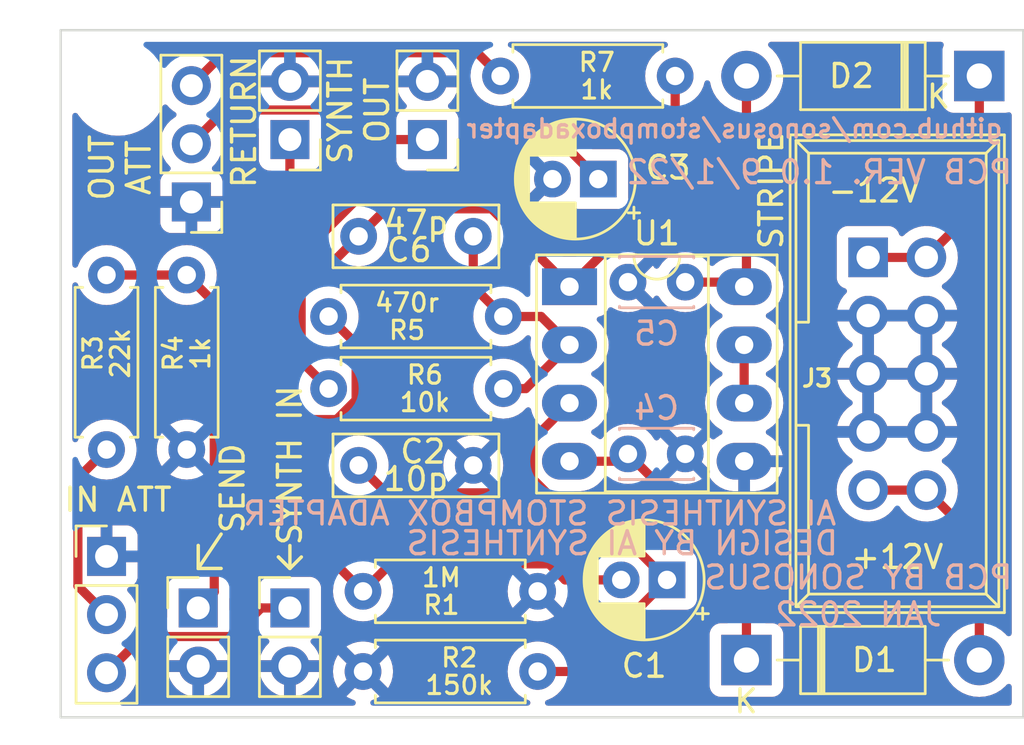
<source format=kicad_pcb>
(kicad_pcb (version 20211014) (generator pcbnew)
  (layers (0 "F.Cu" signal) (31 "B.Cu" signal) (34 "B.Paste" user) (35 "F.Paste" user) (36 "B.SilkS" user "B.Silkscreen") (37 "F.SilkS" user "F.Silkscreen") (38 "B.Mask" user) (39 "F.Mask" user) (44 "Edge.Cuts" user))
  (net 0 "")
  (net 1 "Net-(C1-Pad1)")
  (net 2 "GND")
  (net 3 "Net-(C3-Pad1)")
  (net 4 "+12V")
  (net 5 "-12V")
  (net 6 "Net-(C6-Pad1)")
  (net 7 "Net-(C6-Pad2)")
  (net 8 "Net-(D1-Pad2)")
  (net 9 "Net-(D2-Pad1)")
  (net 10 "Net-(R3-Pad1)")
  (net 11 "Net-(R7-Pad1)")
  (net 12 "Net-(U1-Pad6)")
  (net 13 "Net-(J2-Pad1)")
  (net 14 "Net-(RV1-Pad3)")
  (net 15 "Net-(J4-Pad1)")
  (net 16 "Net-(RV2-Pad2)")
  (footprint "Sonosus:R_Axial_DIN0207_L6.3mm_D2.5mm_P7.62mm_Horizontal" (layer "F.Cu") (at 228.5 38.31 90)
    (fp_text reference "R4" (at 4.2 -0.6 90) (layer "F.SilkS") (effects (font (size 0.8 0.8) (thickness 0.135))))
    (fp_text value "1k" (at 4.2 0.6 90) (layer "F.SilkS") (effects (font (size 0.8 0.8) (thickness 0.135))))
    (pad "1" thru_hole circle (at 0 0 90) (size 1.6 1.6) (drill 0.8) (layers *.Cu *.Mask) (net 2 "GND"))
    (pad "2" thru_hole oval (at 7.62 0 90) (size 1.6 1.6) (drill 0.8) (layers *.Cu *.Mask) (net 15 "Net-(J4-Pad1)"))
  )
  (footprint "Sonosus:R_Axial_DIN0207_L6.3mm_D2.5mm_P7.62mm_Horizontal" (layer "F.Cu") (at 242.19 22)
    (fp_text reference "R7" (at 4.2 -0.6) (layer "F.SilkS") (effects (font (size 0.8 0.8) (thickness 0.135))))
    (fp_text value "1k" (at 4.2 0.6) (layer "F.SilkS") (effects (font (size 0.8 0.8) (thickness 0.135))))
    (pad "1" thru_hole circle (at 0 0) (size 1.6 1.6) (drill 0.8) (layers *.Cu *.Mask) (net 11 "Net-(R7-Pad1)"))
    (pad "2" thru_hole oval (at 7.62 0) (size 1.6 1.6) (drill 0.8) (layers *.Cu *.Mask) (net 7 "Net-(C6-Pad2)"))
  )
  (footprint "Sonosus:R_Axial_DIN0207_L6.3mm_D2.5mm_P7.62mm_Horizontal" (layer "F.Cu") (at 242.31 32.5 180)
    (fp_text reference "R5" (at 4.2 -0.6) (layer "F.SilkS") (effects (font (size 0.8 0.8) (thickness 0.135))))
    (fp_text value "470r" (at 4.2 0.6) (layer "F.SilkS") (effects (font (size 0.8 0.8) (thickness 0.135))))
    (pad "1" thru_hole circle (at 0 0 180) (size 1.6 1.6) (drill 0.8) (layers *.Cu *.Mask) (net 6 "Net-(C6-Pad1)"))
    (pad "2" thru_hole oval (at 7.62 0 180) (size 1.6 1.6) (drill 0.8) (layers *.Cu *.Mask) (net 3 "Net-(C3-Pad1)"))
  )
  (footprint "Sonosus:CP_Radial_D5.0mm_P2.00mm" (layer "F.Cu") (at 249.455113 44 180)
    (fp_text reference "C1" (at 1 -3.75) (layer "F.SilkS"))
    (fp_text value "10u")
    (pad "1" thru_hole rect locked (at 0 0 180) (size 1.6 1.6) (drill 0.8) (layers *.Cu *.Mask) (net 1 "Net-(C1-Pad1)"))
    (pad "2" thru_hole circle locked (at 2 0 180) (size 1.6 1.6) (drill 0.8) (layers *.Cu *.Mask) (net 13 "Net-(J2-Pad1)"))
  )
  (footprint "Sonosus:R_Axial_DIN0207_L6.3mm_D2.5mm_P7.62mm_Horizontal" (layer "F.Cu") (at 234.69 35.65)
    (fp_text reference "R6" (at 4.2 -0.6) (layer "F.SilkS") (effects (font (size 0.8 0.8) (thickness 0.135))))
    (fp_text value "10k" (at 4.2 0.6) (layer "F.SilkS") (effects (font (size 0.8 0.8) (thickness 0.135))))
    (pad "1" thru_hole circle (at 0 0) (size 1.6 1.6) (drill 0.8) (layers *.Cu *.Mask) (net 7 "Net-(C6-Pad2)"))
    (pad "2" thru_hole oval (at 7.62 0) (size 1.6 1.6) (drill 0.8) (layers *.Cu *.Mask) (net 6 "Net-(C6-Pad1)"))
  )
  (footprint "Sonosus:DIP-8_W7.62mm_Socket_LongPads" (layer "F.Cu") (at 245.2 31.2)
    (fp_text reference "U1" (at 3.81 -2.33) (layer "F.SilkS"))
    (fp_text value "TL072")
    (pad "1" thru_hole rect locked (at 0 0) (size 2.4 1.6) (drill 0.8) (layers *.Cu *.Mask) (net 7 "Net-(C6-Pad2)"))
    (pad "2" thru_hole oval locked (at 0 2.54) (size 2.4 1.6) (drill 0.8) (layers *.Cu *.Mask) (net 6 "Net-(C6-Pad1)"))
    (pad "3" thru_hole oval locked (at 0 5.08) (size 2.4 1.6) (drill 0.8) (layers *.Cu *.Mask) (net 1 "Net-(C1-Pad1)"))
    (pad "4" thru_hole oval locked (at 0 7.62) (size 2.4 1.6) (drill 0.8) (layers *.Cu *.Mask) (net 4 "+12V"))
    (pad "5" thru_hole oval locked (at 7.62 7.62) (size 2.4 1.6) (drill 0.8) (layers *.Cu *.Mask) (net 2 "GND"))
    (pad "6" thru_hole oval locked (at 7.62 5.08) (size 2.4 1.6) (drill 0.8) (layers *.Cu *.Mask) (net 12 "Net-(U1-Pad6)"))
    (pad "7" thru_hole oval locked (at 7.62 2.54) (size 2.4 1.6) (drill 0.8) (layers *.Cu *.Mask) (net 12 "Net-(U1-Pad6)"))
    (pad "8" thru_hole oval locked (at 7.62 0) (size 2.4 1.6) (drill 0.8) (layers *.Cu *.Mask) (net 5 "-12V"))
  )
  (footprint "Sonosus:C_Rect_L7.0mm_W2.5mm_P5.00mm" (layer "F.Cu") (at 236 39)
    (fp_text reference "C2" (at 2.8 -0.6) (layer "F.SilkS"))
    (fp_text value "10p" (at 2.5 0.6) (layer "F.SilkS"))
    (pad "1" thru_hole circle (at 0 0) (size 1.6 1.6) (drill 0.8) (layers *.Cu *.Mask) (net 1 "Net-(C1-Pad1)"))
    (pad "2" thru_hole circle (at 5 0) (size 1.6 1.6) (drill 0.8) (layers *.Cu *.Mask) (net 2 "GND"))
  )
  (footprint "Sonosus:R_Axial_DIN0207_L6.3mm_D2.5mm_P7.62mm_Horizontal" (layer "F.Cu") (at 236.19 48)
    (fp_text reference "R2" (at 4.2 -0.6) (layer "F.SilkS") (effects (font (size 0.8 0.8) (thickness 0.135))))
    (fp_text value "150k" (at 4.2 0.6) (layer "F.SilkS") (effects (font (size 0.8 0.8) (thickness 0.135))))
    (pad "1" thru_hole circle (at 0 0) (size 1.6 1.6) (drill 0.8) (layers *.Cu *.Mask) (net 2 "GND"))
    (pad "2" thru_hole oval (at 7.62 0) (size 1.6 1.6) (drill 0.8) (layers *.Cu *.Mask) (net 1 "Net-(C1-Pad1)"))
  )
  (footprint "Diode_THT:D_DO-41_SOD81_P10.16mm_Horizontal" (layer "F.Cu") (at 252.92 47.5)
    (fp_text reference "D1" (at 5.58 0) (layer "F.SilkS"))
    (fp_text value "1N5817")
    (fp_text user "K" (at -0.02 1.8) (layer "F.SilkS"))
    (pad "1" thru_hole rect locked (at 0 0) (size 2.2 2.2) (drill 1.1) (layers *.Cu *.Mask) (net 4 "+12V"))
    (pad "2" thru_hole oval locked (at 10.16 0) (size 2.2 2.2) (drill 1.1) (layers *.Cu *.Mask) (net 8 "Net-(D1-Pad2)"))
  )
  (footprint "Connector_PinHeader_2.54mm:PinHeader_1x03_P2.54mm_Vertical" (layer "F.Cu") (at 228.7 27.5 180)
    (fp_text reference "RV2" hide)
    (fp_text value "100k")
    (pad "1" thru_hole rect locked (at 0 0 180) (size 1.7 1.7) (drill 1) (layers *.Cu *.Mask) (net 2 "GND"))
    (pad "2" thru_hole oval locked (at 0 2.54 180) (size 1.7 1.7) (drill 1) (layers *.Cu *.Mask) (net 16 "Net-(RV2-Pad2)"))
    (pad "3" thru_hole oval locked (at 0 5.08 180) (size 1.7 1.7) (drill 1) (layers *.Cu *.Mask) (net 11 "Net-(R7-Pad1)"))
  )
  (footprint "Sonosus:Power_Header" (layer "F.Cu") (at 258.23 29.92)
    (fp_text reference "J3" (at -2.23 5.28) (layer "F.SilkS") (effects (font (size 0.75 0.75))))
    (fp_text value "Synth Power")
    (fp_text user "-12V" (at 0.27 -2.92) (layer "F.SilkS"))
    (fp_text user "+12V" (at 1.275 13.08) (layer "F.SilkS"))
    (fp_text user "STRIPE" (at -4.23 -2.92 90) (layer "F.SilkS"))
    (pad "1" thru_hole rect (at 0 0) (size 1.7272 1.7272) (drill 1.016) (layers *.Cu *.Mask) (net 9 "Net-(D2-Pad1)"))
    (pad "2" thru_hole oval (at 2.54 0) (size 1.7272 1.7272) (drill 1.016) (layers *.Cu *.Mask) (net 9 "Net-(D2-Pad1)"))
    (pad "3" thru_hole oval (at 0 2.54) (size 1.7272 1.7272) (drill 1.016) (layers *.Cu *.Mask) (net 2 "GND"))
    (pad "4" thru_hole oval (at 2.54 2.54) (size 1.7272 1.7272) (drill 1.016) (layers *.Cu *.Mask) (net 2 "GND"))
    (pad "5" thru_hole oval (at 0 5.08) (size 1.7272 1.7272) (drill 1.016) (layers *.Cu *.Mask) (net 2 "GND"))
    (pad "6" thru_hole oval (at 2.54 5.08) (size 1.7272 1.7272) (drill 1.016) (layers *.Cu *.Mask) (net 2 "GND"))
    (pad "7" thru_hole oval (at 0 7.62) (size 1.7272 1.7272) (drill 1.016) (layers *.Cu *.Mask) (net 2 "GND"))
    (pad "8" thru_hole oval (at 2.54 7.62) (size 1.7272 1.7272) (drill 1.016) (layers *.Cu *.Mask) (net 2 "GND"))
    (pad "9" thru_hole oval (at 0 10.16) (size 1.7272 1.7272) (drill 1.016) (layers *.Cu *.Mask) (net 8 "Net-(D1-Pad2)"))
    (pad "10" thru_hole oval (at 2.54 10.16) (size 1.7272 1.7272) (drill 1.016) (layers *.Cu *.Mask) (net 8 "Net-(D1-Pad2)"))
  )
  (footprint "Connector_PinHeader_2.54mm:PinHeader_1x03_P2.54mm_Vertical" (layer "F.Cu") (at 225 42.975)
    (fp_text reference "RV1" hide)
    (fp_text value "100k")
    (pad "1" thru_hole rect locked (at 0 0) (size 1.7 1.7) (drill 1) (layers *.Cu *.Mask) (net 2 "GND"))
    (pad "2" thru_hole oval locked (at 0 2.54) (size 1.7 1.7) (drill 1) (layers *.Cu *.Mask) (net 10 "Net-(R3-Pad1)"))
    (pad "3" thru_hole oval locked (at 0 5.08) (size 1.7 1.7) (drill 1) (layers *.Cu *.Mask) (net 14 "Net-(RV1-Pad3)"))
  )
  (footprint "Diode_THT:D_DO-41_SOD81_P10.16mm_Horizontal" (layer "F.Cu") (at 263.08 22 180)
    (fp_text reference "D2" (at 5.58 0) (layer "F.SilkS"))
    (fp_text value "1N5817")
    (fp_text user "K" (at 1.78 -0.9) (layer "F.SilkS"))
    (pad "1" thru_hole rect locked (at 0 0 180) (size 2.2 2.2) (drill 1.1) (layers *.Cu *.Mask) (net 9 "Net-(D2-Pad1)"))
    (pad "2" thru_hole oval locked (at 10.16 0 180) (size 2.2 2.2) (drill 1.1) (layers *.Cu *.Mask) (net 5 "-12V"))
  )
  (footprint "Connector_PinHeader_2.54mm:PinHeader_1x02_P2.54mm_Vertical" (layer "F.Cu") (at 233 45.225)
    (fp_text reference "J1" hide)
    (fp_text value "SYNTH IN")
    (pad "1" thru_hole rect locked (at 0 0) (size 1.7 1.7) (drill 1) (layers *.Cu *.Mask) (net 14 "Net-(RV1-Pad3)"))
    (pad "2" thru_hole oval locked (at 0 2.54) (size 1.7 1.7) (drill 1) (layers *.Cu *.Mask) (net 2 "GND"))
  )
  (footprint "Connector_PinHeader_2.54mm:PinHeader_1x02_P2.54mm_Vertical" (layer "F.Cu") (at 239 24.775 180)
    (fp_text reference "J5" hide)
    (fp_text value "SYNTH OUT")
    (pad "1" thru_hole rect locked (at 0 0 180) (size 1.7 1.7) (drill 1) (layers *.Cu *.Mask) (net 16 "Net-(RV2-Pad2)"))
    (pad "2" thru_hole oval locked (at 0 2.54 180) (size 1.7 1.7) (drill 1) (layers *.Cu *.Mask) (net 2 "GND"))
  )
  (footprint "Connector_PinHeader_2.54mm:PinHeader_1x02_P2.54mm_Vertical" (layer "F.Cu") (at 229 45.225)
    (fp_text reference "J4" hide)
    (fp_text value "FX SEND")
    (pad "1" thru_hole rect locked (at 0 0) (size 1.7 1.7) (drill 1) (layers *.Cu *.Mask) (net 15 "Net-(J4-Pad1)"))
    (pad "2" thru_hole oval locked (at 0 2.54) (size 1.7 1.7) (drill 1) (layers *.Cu *.Mask) (net 2 "GND"))
  )
  (footprint "Sonosus:R_Axial_DIN0207_L6.3mm_D2.5mm_P7.62mm_Horizontal" (layer "F.Cu") (at 243.81 44.5 180)
    (fp_text reference "R1" (at 4.2 -0.6) (layer "F.SilkS") (effects (font (size 0.8 0.8) (thickness 0.135))))
    (fp_text value "1M" (at 4.2 0.6) (layer "F.SilkS") (effects (font (size 0.8 0.8) (thickness 0.135))))
    (pad "1" thru_hole circle (at 0 0 180) (size 1.6 1.6) (drill 0.8) (layers *.Cu *.Mask) (net 2 "GND"))
    (pad "2" thru_hole oval (at 7.62 0 180) (size 1.6 1.6) (drill 0.8) (layers *.Cu *.Mask) (net 13 "Net-(J2-Pad1)"))
  )
  (footprint "MountingHole:MountingHole_3.2mm_M3" (layer "F.Cu") (at 225.5 22.5)
    (fp_text reference "H1" hide)
    (fp_text value "MountingHole")
    (pad "" np_thru_hole circle locked (at 0 0) (size 3.2 3.2) (drill 3.2) (layers *.Cu *.Mask))
  )
  (footprint "Sonosus:CP_Radial_D5.0mm_P2.00mm" (layer "F.Cu") (at 246.455113 26.5 180)
    (fp_text reference "C3" (at -3.044887 0.5) (layer "F.SilkS"))
    (fp_text value "10u")
    (pad "1" thru_hole rect locked (at 0 0 180) (size 1.6 1.6) (drill 0.8) (layers *.Cu *.Mask) (net 3 "Net-(C3-Pad1)"))
    (pad "2" thru_hole circle locked (at 2 0 180) (size 1.6 1.6) (drill 0.8) (layers *.Cu *.Mask) (net 2 "GND"))
  )
  (footprint "Connector_PinHeader_2.54mm:PinHeader_1x02_P2.54mm_Vertical" (layer "F.Cu") (at 233 24.775 180)
    (fp_text reference "J2" hide)
    (fp_text value "FX RETURN")
    (pad "1" thru_hole rect locked (at 0 0 180) (size 1.7 1.7) (drill 1) (layers *.Cu *.Mask) (net 13 "Net-(J2-Pad1)"))
    (pad "2" thru_hole oval locked (at 0 2.54 180) (size 1.7 1.7) (drill 1) (layers *.Cu *.Mask) (net 2 "GND"))
  )
  (footprint "Sonosus:R_Axial_DIN0207_L6.3mm_D2.5mm_P7.62mm_Horizontal" (layer "F.Cu") (at 225 38.31 90)
    (fp_text reference "R3" (at 4.2 -0.6 90) (layer "F.SilkS") (effects (font (size 0.8 0.8) (thickness 0.135))))
    (fp_text value "22k" (at 4.2 0.6 90) (layer "F.SilkS") (effects (font (size 0.8 0.8) (thickness 0.135))))
    (pad "1" thru_hole circle (at 0 0 90) (size 1.6 1.6) (drill 0.8) (layers *.Cu *.Mask) (net 10 "Net-(R3-Pad1)"))
    (pad "2" thru_hole oval (at 7.62 0 90) (size 1.6 1.6) (drill 0.8) (layers *.Cu *.Mask) (net 15 "Net-(J4-Pad1)"))
  )
  (footprint "Sonosus:C_Rect_L7.0mm_W2.5mm_P5.00mm" (layer "F.Cu") (at 241 29 180)
    (fp_text reference "C6" (at 2.8 -0.6 180) (layer "F.SilkS"))
    (fp_text value "47p" (at 2.5 0.6 180) (layer "F.SilkS"))
    (pad "1" thru_hole circle (at 0 0 180) (size 1.6 1.6) (drill 0.8) (layers *.Cu *.Mask) (net 6 "Net-(C6-Pad1)"))
    (pad "2" thru_hole circle (at 5 0 180) (size 1.6 1.6) (drill 0.8) (layers *.Cu *.Mask) (net 7 "Net-(C6-Pad2)"))
  )
  (footprint "Sonosus:C_Disc_D3.0mm_W2.0mm_P2.50mm" (layer "B.Cu") (at 247.75 31)
    (fp_text reference "C5" (at 1.25 2.25) (layer "B.SilkS") (effects (justify mirror)))
    (fp_text value "100n")
    (pad "1" thru_hole circle locked (at 0 0) (size 1.6 1.6) (drill 0.8) (layers *.Cu *.Mask) (net 2 "GND"))
    (pad "2" thru_hole circle locked (at 2.5 0) (size 1.6 1.6) (drill 0.8) (layers *.Cu *.Mask) (net 5 "-12V"))
  )
  (footprint "Sonosus:C_Disc_D3.0mm_W2.0mm_P2.50mm" (layer "B.Cu") (at 247.75 38.5)
    (fp_text reference "C4" (at 1.25 -2) (layer "B.SilkS") (effects (justify mirror)))
    (fp_text value "100n")
    (pad "1" thru_hole circle locked (at 0 0) (size 1.6 1.6) (drill 0.8) (layers *.Cu *.Mask) (net 4 "+12V"))
    (pad "2" thru_hole circle locked (at 2.5 0) (size 1.6 1.6) (drill 0.8) (layers *.Cu *.Mask) (net 2 "GND"))
  )
  (gr_line (start 230 42) (end 229 43.5) (layer "F.SilkS") (width 0.15))
  (gr_line (start 232.5 43) (end 233 43.5) (layer "F.SilkS") (width 0.15))
  (gr_line (start 233.5 43) (end 233 43.5) (layer "F.SilkS") (width 0.15))
  (gr_line (start 229 43.5) (end 229 42.5) (layer "F.SilkS") (width 0.15))
  (gr_line (start 230 43.5) (end 229 43.5) (layer "F.SilkS") (width 0.15))
  (gr_line (start 229 42.5) (end 229 43.5) (layer "F.SilkS") (width 0.15))
  (gr_line (start 233 42.5) (end 233 43.5) (layer "F.SilkS") (width 0.15))
  (gr_line (start 233 43.5) (end 232.5 43) (layer "F.SilkS") (width 0.15))
  (gr_line (start 265 20) (end 265 50) (layer "Edge.Cuts") (width 0.1))
  (gr_line (start 223 50) (end 223 20) (layer "Edge.Cuts") (width 0.1))
  (gr_line (start 223 20) (end 265 20) (layer "Edge.Cuts") (width 0.1))
  (gr_line (start 265 50) (end 223 50) (layer "Edge.Cuts") (width 0.1))
  (gr_text "PCB VER. 1.0 9/1/22" (at 256.1 26.2) (layer "B.SilkS") (effects (font (size 1 1)) (justify mirror)))
  (gr_text "AI SYNTHESIS STOMPBOX ADAPTER\n" (at 243.9 41.1) (layer "B.SilkS") (effects (font (size 1 1)) (justify mirror)))
  (gr_text "DESIGN BY AI SYNTHESIS\n" (at 247.5 42.4) (layer "B.SilkS") (effects (font (size 1 1)) (justify mirror)))
  (gr_text "PCB BY SONOSUS\nJAN 2022\n" (at 257.8 44.7) (layer "B.SilkS") (effects (font (size 1 1)) (justify mirror)))
  (gr_text "github.com/sonosus/stompboxadapter\n" (at 252.4 24.3) (layer "B.SilkS") (effects (font (size 0.8 0.8)) (justify mirror)))
  (gr_text "SEND\n" (at 230.5 40 90) (layer "F.SilkS") (effects (font (size 1 1))))
  (gr_text "SYNTH\nOUT\n" (at 236 23.5 90) (layer "F.SilkS") (effects (font (size 1 1))))
  (gr_text "IN ATT\n" (at 225.5 40.5) (layer "F.SilkS") (effects (font (size 1 1))))
  (gr_text "RETURN\n" (at 231 24 90) (layer "F.SilkS") (effects (font (size 1 1))))
  (gr_text "OUT\nATT\n" (at 225.6 26 90) (layer "F.SilkS") (effects (font (size 1 1))))
  (gr_text "SYNTH IN" (at 233 39 90) (layer "F.SilkS") (effects (font (size 1 1))))
  (segment (start 245.2 36.28) (end 243.60048 37.87952) (width 0.4) (layer "F.Cu") (net 1))
  (segment (start 243.001449 40.199511) (end 243.60048 39.60048) (width 0.4) (layer "F.Cu") (net 1))
  (segment (start 243.60048 39.60048) (end 246.800489 42.800489) (width 0.4) (layer "F.Cu") (net 1))
  (segment (start 243.81 48) (end 245.455113 48) (width 0.4) (layer "F.Cu") (net 1))
  (segment (start 237.199511 40.199511) (end 243.001449 40.199511) (width 0.4) (layer "F.Cu") (net 1))
  (segment (start 243.60048 37.87952) (end 243.60048 39.60048) (width 0.4) (layer "F.Cu") (net 1))
  (segment (start 246.800489 42.800489) (end 248.255602 42.800489) (width 0.4) (layer "F.Cu") (net 1))
  (segment (start 236 39) (end 237.199511 40.199511) (width 0.4) (layer "F.Cu") (net 1))
  (segment (start 245.455113 48) (end 249.455113 44) (width 0.4) (layer "F.Cu") (net 1))
  (segment (start 248.255602 42.800489) (end 249.455113 44) (width 0.4) (layer "F.Cu") (net 1))
  (segment (start 235.889511 33.699511) (end 234.69 32.5) (width 0.4) (layer "F.Cu") (net 3))
  (segment (start 241.299031 27.200969) (end 236.102665 27.200969) (width 0.4) (layer "F.Cu") (net 3))
  (segment (start 232.890969 36.390969) (end 233.5 37) (width 0.4) (layer "F.Cu") (net 3))
  (segment (start 245.255602 25.300489) (end 243.199511 25.300489) (width 0.4) (layer "F.Cu") (net 3))
  (segment (start 235.889511 36.146855) (end 235.889511 33.699511) (width 0.4) (layer "F.Cu") (net 3))
  (segment (start 232.890969 30.412665) (end 232.890969 36.390969) (width 0.4) (layer "F.Cu") (net 3))
  (segment (start 233.5 37) (end 235.036366 37) (width 0.4) (layer "F.Cu") (net 3))
  (segment (start 246.455113 26.5) (end 245.255602 25.300489) (width 0.4) (layer "F.Cu") (net 3))
  (segment (start 236.102665 27.200969) (end 232.890969 30.412665) (width 0.4) (layer "F.Cu") (net 3))
  (segment (start 235.036366 37) (end 235.889511 36.146855) (width 0.4) (layer "F.Cu") (net 3))
  (segment (start 243.199511 25.300489) (end 241.299031 27.200969) (width 0.4) (layer "F.Cu") (net 3))
  (segment (start 252.92 47.5) (end 252.92 43.67) (width 0.4) (layer "F.Cu") (net 4))
  (segment (start 245.2 38.82) (end 247.43 38.82) (width 0.4) (layer "F.Cu") (net 4))
  (segment (start 252.92 43.67) (end 247.75 38.5) (width 0.4) (layer "F.Cu") (net 4))
  (segment (start 247.43 38.82) (end 247.75 38.5) (width 0.4) (layer "F.Cu") (net 4))
  (segment (start 252.92 31.1) (end 252.82 31.2) (width 0.4) (layer "F.Cu") (net 5))
  (segment (start 252.92 22) (end 252.92 31.1) (width 0.4) (layer "F.Cu") (net 5))
  (segment (start 252.62 31) (end 252.82 31.2) (width 0.4) (layer "F.Cu") (net 5))
  (segment (start 250.25 31) (end 252.62 31) (width 0.4) (layer "F.Cu") (net 5))
  (segment (start 243.96 32.5) (end 245.2 33.74) (width 0.4) (layer "F.Cu") (net 6))
  (segment (start 243.29 35.65) (end 245.2 33.74) (width 0.4) (layer "F.Cu") (net 6))
  (segment (start 242.31 32.5) (end 243.96 32.5) (width 0.4) (layer "F.Cu") (net 6))
  (segment (start 241 31.19) (end 242.31 32.5) (width 0.4) (layer "F.Cu") (net 6))
  (segment (start 241 29) (end 241 31.19) (width 0.4) (layer "F.Cu") (net 6))
  (segment (start 242.31 35.65) (end 243.29 35.65) (width 0.4) (layer "F.Cu") (net 6))
  (segment (start 245.2 31.2) (end 241.800489 27.800489) (width 0.4) (layer "F.Cu") (net 7))
  (segment (start 241.800489 27.800489) (end 237.199511 27.800489) (width 0.4) (layer "F.Cu") (net 7))
  (segment (start 236 29) (end 233.490489 31.509511) (width 0.4) (layer "F.Cu") (net 7))
  (segment (start 237.199511 27.800489) (end 236 29) (width 0.4) (layer "F.Cu") (net 7))
  (segment (start 233.490489 31.509511) (end 233.490489 34.450489) (width 0.4) (layer "F.Cu") (net 7))
  (segment (start 249.81 26.59) (end 245.2 31.2) (width 0.4) (layer "F.Cu") (net 7))
  (segment (start 249.81 22) (end 249.81 26.59) (width 0.4) (layer "F.Cu") (net 7))
  (segment (start 233.490489 34.450489) (end 234.69 35.65) (width 0.4) (layer "F.Cu") (net 7))
  (segment (start 263.08 47.5) (end 263.08 42.39) (width 0.4) (layer "F.Cu") (net 8))
  (segment (start 263.08 42.39) (end 260.77 40.08) (width 0.4) (layer "F.Cu") (net 8))
  (segment (start 260.77 40.08) (end 258.23 40.08) (width 0.4) (layer "F.Cu") (net 8))
  (segment (start 258.23 29.92) (end 260.77 29.92) (width 0.4) (layer "F.Cu") (net 9))
  (segment (start 263.08 22) (end 263.08 27.61) (width 0.4) (layer "F.Cu") (net 9))
  (segment (start 263.08 27.61) (end 260.77 29.92) (width 0.4) (layer "F.Cu") (net 9))
  (segment (start 225 45.515) (end 223.750489 44.265489) (width 0.4) (layer "F.Cu") (net 10))
  (segment (start 223.750489 39.559511) (end 225 38.31) (width 0.4) (layer "F.Cu") (net 10))
  (segment (start 223.750489 44.265489) (end 223.750489 39.559511) (width 0.4) (layer "F.Cu") (net 10))
  (segment (start 228.7 22.42) (end 230.134511 20.985489) (width 0.4) (layer "F.Cu") (net 11))
  (segment (start 230.134511 20.985489) (end 241.175489 20.985489) (width 0.4) (layer "F.Cu") (net 11))
  (segment (start 241.175489 20.985489) (end 242.19 22) (width 0.4) (layer "F.Cu") (net 11))
  (segment (start 252.82 33.74) (end 252.82 36.28) (width 0.4) (layer "F.Cu") (net 12))
  (segment (start 232.291459 27.483541) (end 233 26.775) (width 0.4) (layer "F.Cu") (net 13))
  (segment (start 245.006366 44) (end 244.306855 43.300489) (width 0.4) (layer "F.Cu") (net 13))
  (segment (start 244.306855 43.300489) (end 237.389511 43.300489) (width 0.4) (layer "F.Cu") (net 13))
  (segment (start 247.455113 44) (end 245.006366 44) (width 0.4) (layer "F.Cu") (net 13))
  (segment (start 237.389511 43.300489) (end 236.19 44.5) (width 0.4) (layer "F.Cu") (net 13))
  (segment (start 233 26.775) (end 233 24.775) (width 0.4) (layer "F.Cu") (net 13))
  (segment (start 236.19 44.5) (end 232.291459 40.601459) (width 0.4) (layer "F.Cu") (net 13))
  (segment (start 232.291459 40.601459) (end 232.291459 27.483541) (width 0.4) (layer "F.Cu") (net 13))
  (segment (start 231.75 45.225) (end 230.500489 46.474511) (width 0.4) (layer "F.Cu") (net 14))
  (segment (start 233 45.225) (end 231.75 45.225) (width 0.4) (layer "F.Cu") (net 14))
  (segment (start 226.580489 46.474511) (end 225 48.055) (width 0.4) (layer "F.Cu") (net 14))
  (segment (start 230.500489 46.474511) (end 226.580489 46.474511) (width 0.4) (layer "F.Cu") (net 14))
  (segment (start 229.699511 44.525489) (end 229 45.225) (width 0.4) (layer "F.Cu") (net 15))
  (segment (start 228.5 30.69) (end 229.699511 31.889511) (width 0.4) (layer "F.Cu") (net 15))
  (segment (start 225 30.69) (end 228.5 30.69) (width 0.4) (layer "F.Cu") (net 15))
  (segment (start 229.699511 31.889511) (end 229.699511 44.525489) (width 0.4) (layer "F.Cu") (net 15))
  (segment (start 235.984511 23.484511) (end 237.275 24.775) (width 0.4) (layer "F.Cu") (net 16))
  (segment (start 230.175489 23.484511) (end 235.984511 23.484511) (width 0.4) (layer "F.Cu") (net 16))
  (segment (start 228.7 24.96) (end 230.175489 23.484511) (width 0.4) (layer "F.Cu") (net 16))
  (segment (start 237.275 24.775) (end 239 24.775) (width 0.4) (layer "F.Cu") (net 16))
  (zone (net 2) (net_name "GND") (layers F&B.Cu) (connect_pads (clearance 0.508)) (min_thickness 0.254) (fill yes (thermal_gap 0.508) (thermal_bridge_width 0.508))
    (polygon (pts (xy 265 50) (xy 223 50) (xy 223 20) (xy 265 20)))
  )
)
</source>
